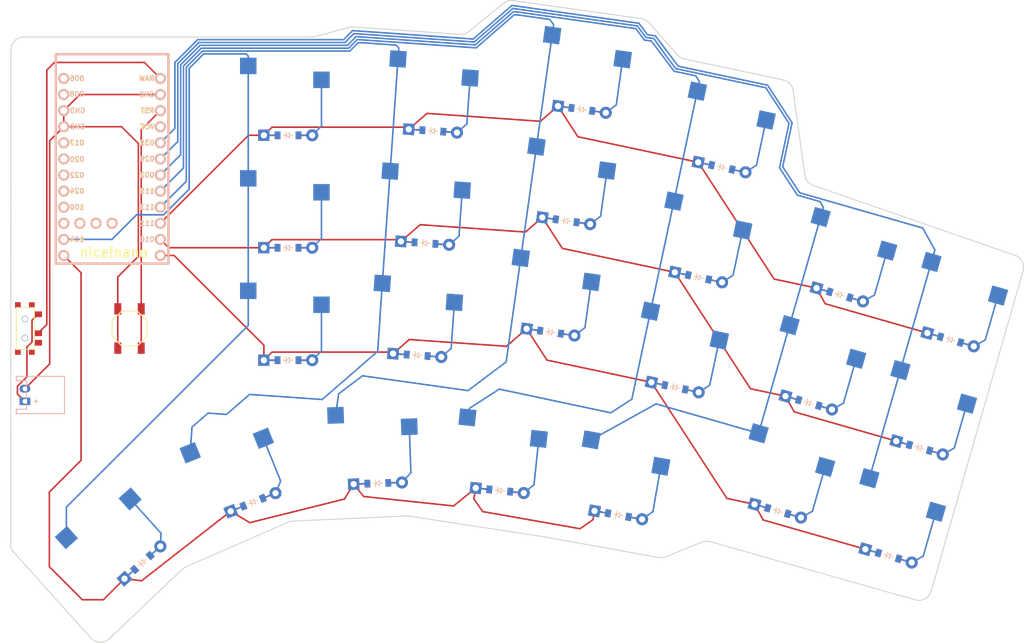
<source format=kicad_pcb>
(kicad_pcb (version 20240108) (generator "pcbnew") (generator_version "8.0")
  (title_block (title "right") (rev "v1.0.0") (company "Unknown"))
  (layers (0 "F.Cu" signal) (31 "B.Cu" signal) (34 "B.Paste" user) (35 "F.Paste" user) (36 "B.SilkS" user "B.Silkscreen") (37 "F.SilkS" user "F.Silkscreen") (38 "B.Mask" user) (39 "F.Mask" user) (44 "Edge.Cuts" user))
  (net 0 "")
  (net 1 "P031")
  (net 2 "mirror_first_bottom")
  (net 3 "mirror_first_home")
  (net 4 "mirror_first_top")
  (net 5 "P029")
  (net 6 "mirror_second_bottom")
  (net 7 "mirror_second_home")
  (net 8 "mirror_second_top")
  (net 9 "P002")
  (net 10 "mirror_third_bottom")
  (net 11 "mirror_third_home")
  (net 12 "mirror_third_top")
  (net 13 "P115")
  (net 14 "mirror_fourth_bottom")
  (net 15 "mirror_fourth_home")
  (net 16 "mirror_fourth_top")
  (net 17 "P113")
  (net 18 "mirror_fifth_bottom")
  (net 19 "mirror_fifth_home")
  (net 20 "mirror_fifth_top")
  (net 21 "P104")
  (net 22 "mirror_sixth_bottom")
  (net 23 "mirror_sixth_home")
  (net 24 "mirror_sixth_top")
  (net 25 "mirror_first_only")
  (net 26 "mirror_second_only")
  (net 27 "mirror_third_only")
  (net 28 "mirror_fourth_only")
  (net 29 "mirror_fifth_only")
  (net 30 "P009")
  (net 31 "P010")
  (net 32 "P111")
  (net 33 "P106")
  (net 34 "RAW")
  (net 35 "GND")
  (net 36 "RST")
  (net 37 "VCC")
  (net 38 "P006")
  (net 39 "P008")
  (net 40 "P017")
  (net 41 "P020")
  (net 42 "P022")
  (net 43 "P024")
  (net 44 "P100")
  (net 45 "P011")
  (net 46 "P101")
  (net 47 "P102")
  (net 48 "P107")
  (net 49 "pos")
  (footprint "E73:SPDT_C128955" (layer "F.Cu") (at 146.468975 132.411395 90)
    (property "Reference" "T1" (hide yes))
    (property "Value" "" (hide yes))
  )
  (footprint "E73:SW_TACT_ALPS_SKQGABE010" (layer "F.Cu") (at 162.968982 132.411396 90)
    (property "Reference" "B1" (hide yes))
    (property "Value" "" (hide yes))
  )
  (footprint "PG1350" (layer "F.Cu") (at 232.033462 92.46225 -8)
    (property "Reference" "S12" (hide yes))
    (property "Value" "" (hide yes))
  )
  (footprint "PG1350" (layer "F.Cu") (at 247.109605 136.176005 -12)
    (property "Reference" "S7" (hide yes))
    (property "Value" "" (hide yes))
  )
  (footprint "PG1350" (layer "F.Cu") (at 237.968977 156.411398 -10)
    (property "Reference" "S19" (hide yes))
    (property "Value" "" (hide yes))
  )
  (footprint "JST_PH_S2B-PH-K_02x2.00mm_Angled" (layer "F.Cu") (at 146.468975 142.911395 90)
    (property "Reference" "JST1" (hide yes))
    (property "Value" "" (hide yes))
  )
  (footprint "PG1350" (layer "F.Cu") (at 177.806818 156.308334 22)
    (property "Reference" "S22" (hide yes))
    (property "Value" "" (hide yes))
  )
  (footprint "ComboDiode" (layer "F.Cu") (at 209.573069 118.930907 -4)
    (property "Reference" "D14" (hide yes))
    (property "Value" "" (hide yes))
  )
  (footprint "ComboDiode" (layer "F.Cu") (at 274.980981 127.079411 -16)
    (property "Reference" "D6" (hide yes))
    (property "Value" "" (hide yes))
  )
  (footprint "PG1350" (layer "F.Cu") (at 250.800045 118.813887 -12)
    (property "Reference" "S8" (hide yes))
    (property "Value" "" (hide yes))
  )
  (footprint "PG1350" (layer "F.Cu") (at 268.582825 138.508589 -16)
    (property "Reference" "S5" (hide yes))
    (property "Value" "" (hide yes))
  )
  (footprint "ComboDiode" (layer "F.Cu") (at 202.125566 156.839 2)
    (property "Reference" "D21" (hide yes))
    (property "Value" "" (hide yes))
  )
  (footprint "PG1350" (layer "F.Cu") (at 263.690255 155.570984 -16)
    (property "Reference" "S4" (hide yes))
    (property "Value" "" (hide yes))
  )
  (footprint "ComboDiode" (layer "F.Cu") (at 265.195854 161.204204 -16)
    (property "Reference" "D4" (hide yes))
    (property "Value" "" (hide yes))
  )
  (footprint "ComboDiode" (layer "F.Cu") (at 292.453365 134.170137 -16)
    (property "Reference" "D3" (hide yes))
    (property "Value" "" (hide yes))
  )
  (footprint "ComboDiode" (layer "F.Cu") (at 187.968973 119.661394)
    (property "Reference" "D17" (hide yes))
    (property "Value" "" (hide yes))
  )
  (footprint "ComboDiode" (layer "F.Cu") (at 221.359781 157.981816 -6)
    (property "Reference" "D20" (hide yes))
    (property "Value" "" (hide yes))
  )
  (footprint "PG1350" (layer "F.Cu") (at 184.96898 96.911394)
    (property "Reference" "S18" (hide yes))
    (property "Value" "" (hide yes))
  )
  (footprint "PG1350" (layer "F.Cu") (at 198.952897 151.946749 2)
    (property "Reference" "S21" (hide yes))
    (property "Value" "" (hide yes))
  )
  (footprint "ComboDiode" (layer "F.Cu") (at 234.308402 97.831107 -8)
    (property "Reference" "D12" (hide yes))
    (property "Value" "" (hide yes))
  )
  (footprint "PG1350" (layer "F.Cu") (at 229.563139 110.039513 -8)
    (property "Reference" "S11" (hide yes))
    (property "Value" "" (hide yes))
  )
  (footprint "nice_nano" (layer "F.Cu") (at 160.218974 106.911398 -90)
    (property "Reference" "MCU1" (hide yes))
    (property "Value" "nice_nano" (hide yes))
  )
  (footprint "ComboDiode" (layer "F.Cu") (at 229.367756 132.985625 -8)
    (property "Reference" "D10" (hide yes))
    (property "Value" "" (hide yes))
  )
  (footprint "ComboDiode" (layer "F.Cu") (at 165.00284 169.347605 42)
    (property "Reference" "D23" (hide yes))
    (property "Value" "" (hide yes))
  )
  (footprint "ComboDiode" (layer "F.Cu") (at 182.461401 159.820434 22)
    (property "Reference" "D22" (hide yes))
    (property "Value" "" (hide yes))
  )
  (footprint "ComboDiode" (layer "F.Cu") (at 231.838083 115.408369 -8)
    (property "Reference" "D11" (hide yes))
    (property "Value" "" (hide yes))
  )
  (footprint "ComboDiode" (layer "F.Cu") (at 256.385359 106.966235 -12)
    (property "Reference" "D9" (hide yes))
    (property "Value" "" (hide yes))
  )
  (footprint "PG1350" (layer "F.Cu") (at 218.898853 152.695619 -6)
    (property "Reference" "S20" (hide yes))
    (property "Value" "" (hide yes))
  )
  (footprint "PG1350" (layer "F.Cu") (at 184.968979 132.411398)
    (property "Reference" "S16" (hide yes))
    (property "Value" "" (hide yes))
  )
  (footprint "PG1350" (layer "F.Cu") (at 206.929155 113.733815 -4)
    (property "Reference" "S14" (hide yes))
    (property "Value" "" (hide yes))
  )
  (footprint "PG1350" (layer "F.Cu") (at 205.690982 131.440585 -4)
    (property "Reference" "S13" (hide yes))
    (property "Value" "" (hide yes))
  )
  (footprint "ComboDiode" (layer "F.Cu") (at 287.560802 151.232532 -16)
    (property "Reference" "D2" (hide yes))
    (property "Value" "" (hide yes))
  )
  (footprint "PG1350" (layer "F.Cu") (at 286.055204 145.59931 -16)
    (property "Reference" "S2" (hide yes))
    (property "Value" "" (hide yes))
  )
  (footprint "ComboDiode" (layer "F.Cu") (at 210.811243 101.224146 -4)
    (property "Reference" "D15" (hide yes))
    (property "Value" "" (hide yes))
  )
  (footprint "ComboDiode" (layer "F.Cu") (at 240.05516 161.856379 -10)
    (property "Reference" "D19" (hide yes))
    (property "Value" "" (hide yes))
  )
  (footprint "ComboDiode" (layer "F.Cu") (at 252.694925 124.328363 -12)
    (property "Reference" "D8" (hide yes))
    (property "Value" "" (hide yes))
  )
  (footprint "PG1350" (layer "F.Cu") (at 254.490479 101.451767 -12)
    (property "Reference" "S9" (hide yes))
    (property "Value" "" (hide yes))
  )
  (footprint "ComboDiode" (layer "F.Cu") (at 187.968974 101.911394)
    (property "Reference" "D18" (hide yes))
    (property "Value" "" (hide yes))
  )
  (footprint "PG1350" (layer "F.Cu") (at 159.427758 167.639275 42)
    (property "Reference" "S23" (hide yes))
    (property "Value" "" (hide yes))
  )
  (footprint "PG1350" (layer "F.Cu") (at 281.162641 162.66171 -16)
    (property "Reference" "S1" (hide yes))
    (property "Value" "" (hide yes))
  )
  (footprint "ComboDiode" (layer "F.Cu") (at 187.968976 137.411393)
    (property "Reference" "D16" (hide yes))
    (property "Value" "" (hide yes))
  )
  (footprint "PG1350" (layer "F.Cu") (at 208.167338 96.027056 -4)
    (property "Reference" "S15" (hide yes))
    (property "Value" "" (hide yes))
  )
  (footprint "PG1350" (layer "F.Cu") (at 184.968978 114.661387)
    (property "Reference" "S17" (hide yes))
    (property "Value" "" (hide yes))
  )
  (footprint "PG1350" (layer "F.Cu") (at 290.947765 128.536917 -16)
    (property "Reference" "S3" (hide yes))
    (property "Value" "" (hide yes))
  )
  (footprint "ComboDiode" (layer "F.Cu") (at 270.088418 144.141808 -16)
    (property "Reference" "D5" (hide yes))
    (property "Value" "" (hide yes))
  )
  (footprint "ComboDiode" (layer "F.Cu") (at 208.334887 136.637669 -4)
    (property "Reference" "D13" (hide yes))
    (property "Value" "" (hide yes))
  )
  (footprint "PG1350" (layer "F.Cu") (at 273.475387 121.446194 -16)
    (property "Reference" "S6" (hide yes))
    (property "Value" "" (hide yes))
  )
  (footprint "ComboDiode" (layer "F.Cu") (at 282.668241 168.294932 -16)
    (property "Reference" "D1" (hide yes))
    (property "Value" "" (hide yes))
  )
  (footprint "ComboDiode" (layer "F.Cu") (at 249.004494 141.690483 -12)
    (property "Reference" "D7" (hide yes))
    (property "Value" "" (hide yes))
  )
  (footprint "PG1350" (layer "F.Cu") (at 227.092817 127.61676 -8)
    (property "Reference" "S10" (hide yes))
    (property "Value" "" (hide yes))
  )
  (gr_arc (start 206.66364 161.997217) (mid 206.861041 161.998066) (end 207.057397 162.018364) (stroke (width 0.15)) (layer "Edge.Cuts"))
  (gr_line (start 249.389853 89.233634) (end 244.876355 84.146113) (stroke (width 0.15)) (layer "Edge.Cuts"))
  (gr_line (start 159.76842 181.383402) (end 171.285867 170.407724) (stroke (width 0.15)) (layer "Edge.Cuts"))
  (gr_arc (start 289.392088 173.869724) (mid 288.441588 175.066351) (end 286.923579 175.242483) (stroke (width 0.15)) (layer "Edge.Cuts"))
  (gr_arc (start 144.741397 167.767665) (mid 144.360342 167.145657) (end 144.227689 166.428371) (stroke (width 0.15)) (layer "Edge.Cuts"))
  (gr_line (start 197.599085 84.874693) (end 192.22745 86.340817) (stroke (width 0.15)) (layer "Edge.Cuts"))
  (gr_line (start 207.057397 162.018364) (end 228.60448 165.328043) (stroke (width 0.15)) (layer "Edge.Cuts"))
  (gr_arc (start 159.768421 181.383398) (mid 158.312251 181.93408) (end 156.902381 181.27381) (stroke (width 0.15)) (layer "Edge.Cuts"))
  (gr_arc (start 228.60448 165.328043) (mid 228.631263 165.332343) (end 228.657985 165.337005) (stroke (width 0.15)) (layer "Edge.Cuts"))
  (gr_arc (start 243.658615 83.492861) (mid 244.3257 83.710969) (end 244.876355 84.146113) (stroke (width 0.15)) (layer "Edge.Cuts"))
  (gr_arc (start 247.516568 168.443631) (mid 246.970063 168.57986) (end 246.407246 168.558324) (stroke (width 0.15)) (layer "Edge.Cuts"))
  (gr_arc (start 171.285867 170.407722) (mid 171.558246 170.190128) (end 171.864272 170.023137) (stroke (width 0.15)) (layer "Edge.Cuts"))
  (gr_line (start 302.626157 120.855424) (end 270.798938 109.824886) (stroke (width 0.15)) (layer "Edge.Cuts"))
  (gr_line (start 266.060243 93.176422) (end 250.470121 89.862642) (stroke (width 0.15)) (layer "Edge.Cuts"))
  (gr_arc (start 216.497335 85.537158) (mid 215.836558 85.896007) (end 215.089972 85.985497) (stroke (width 0.15)) (layer "Edge.Cuts"))
  (gr_line (start 215.089972 85.985497) (end 198.265212 84.80899) (stroke (width 0.15)) (layer "Edge.Cuts"))
  (gr_line (start 243.658615 83.492863) (end 223.469994 80.65554) (stroke (width 0.15)) (layer "Edge.Cuts"))
  (gr_line (start 254.534161 166.051319) (end 286.923579 175.242483) (stroke (width 0.15)) (layer "Edge.Cuts"))
  (gr_line (start 188.697032 162.807506) (end 206.66364 161.997217) (stroke (width 0.15)) (layer "Edge.Cuts"))
  (gr_arc (start 187.985795 162.97303) (mid 188.333795 162.857531) (end 188.697032 162.807506) (stroke (width 0.15)) (layer "Edge.Cuts"))
  (gr_arc (start 250.47012 89.862643) (mid 249.879579 89.634708) (end 249.389853 89.233634) (stroke (width 0.15)) (layer "Edge.Cuts"))
  (gr_arc (start 302.626157 120.855424) (mid 303.746168 121.823433) (end 303.893746 123.296421) (stroke (width 0.15)) (layer "Edge.Cuts"))
  (gr_arc (start 266.06024 93.176419) (mid 267.108586 93.770282) (end 267.625544 94.858607) (stroke (width 0.15)) (layer "Edge.Cuts"))
  (gr_arc (start 192.227452 86.340818) (mid 191.966502 86.39367) (end 191.700844 86.411398) (stroke (width 0.15)) (layer "Edge.Cuts"))
  (gr_line (start 144.267947 88.410362) (end 144.227689 166.428371) (stroke (width 0.15)) (layer "Edge.Cuts"))
  (gr_arc (start 253.235997 166.122183) (mid 253.87916 165.978322) (end 254.534161 166.051319) (stroke (width 0.15)) (layer "Edge.Cuts"))
  (gr_line (start 228.657985 165.337005) (end 246.407246 168.558324) (stroke (width 0.15)) (layer "Edge.Cuts"))
  (gr_line (start 269.472745 108.209271) (end 267.625544 94.858607) (stroke (width 0.15)) (layer "Edge.Cuts"))
  (gr_line (start 191.700844 86.411398) (end 146.267942 86.411392) (stroke (width 0.15)) (layer "Edge.Cuts"))
  (gr_arc (start 221.923801 81.089282) (mid 222.651452 80.710409) (end 223.469994 80.65554) (stroke (width 0.15)) (layer "Edge.Cuts"))
  (gr_line (start 144.741397 167.767665) (end 156.902381 181.27381) (stroke (width 0.15)) (layer "Edge.Cuts"))
  (gr_line (start 221.923801 81.089283) (end 216.497334 85.537158) (stroke (width 0.15)) (layer "Edge.Cuts"))
  (gr_arc (start 197.599086 84.874695) (mid 197.929381 84.813777) (end 198.265212 84.80899) (stroke (width 0.15)) (layer "Edge.Cuts"))
  (gr_line (start 247.516568 168.443631) (end 253.235997 166.122183) (stroke (width 0.15)) (layer "Edge.Cuts"))
  (gr_arc (start 270.798938 109.824886) (mid 269.90799 109.204114) (end 269.472745 108.209271) (stroke (width 0.15)) (layer "Edge.Cuts"))
  (gr_line (start 289.392088 173.869724) (end 303.893746 123.296421) (stroke (width 0.15)) (layer "Edge.Cuts"))
  (gr_line (start 171.864272 170.023137) (end 187.985791 162.973033) (stroke (width 0.15)) (layer "Edge.Cuts"))
  (gr_arc (start 144.267949 88.410364) (mid 144.854098 86.996822) (end 146.267942 86.411392) (stroke (width 0.15)) (layer "Edge.Cuts"))
  (segment (start 198.183596 85.398033) (end 214.144622 86.514137) (width 0.25) (layer "B.Cu") (net 1))
  (segment (start 289.985521 120.011089) (end 289.439674 121.914697) (width 0.25) (layer "B.Cu") (net 1))
  (segment (start 173.72888 86.81838) (end 196.72888 86.818379) (width 0.25) (layer "B.Cu") (net 1))
  (segment (start 267.455839 99.944132) (end 266.000458 106.791169) (width 0.25) (layer "B.Cu") (net 1))
  (segment (start 284.547115 138.977093) (end 279.654553 156.039485) (width 0.25) (layer "B.Cu") (net 1))
  (segment (start 288.071202 116.557561) (end 289.985521 120.011089) (width 0.25) (layer "B.Cu") (net 1))
  (segment (start 170.12888 90.418379) (end 173.72888 86.81838) (width 0.25) (layer "B.Cu") (net 1))
  (segment (start 198.149223 85.398034) (end 198.183596 85.398033) (width 0.25) (layer "B.Cu") (net 1))
  (segment (start 268.653718 110.989689) (end 288.071202 116.557561) (width 0.25) (layer "B.Cu") (net 1))
  (segment (start 289.439675 121.914699) (end 284.547115 138.977093) (width 0.25) (layer "B.Cu") (net 1))
  (segment (start 244.663446 86.042448) (end 245.899447 86.216155) (width 0.25) (layer "B.Cu") (net 1))
  (segment (start 214.144622 86.514137) (end 217.175036 86.726046) (width 0.25) (layer "B.Cu") (net 1))
  (segment (start 223.29828 81.424045) (end 243.301693 84.23534) (width 0.25) (layer "B.Cu") (net 1))
  (segment (start 249.519334 91.01991) (end 263.604659 94.013834) (width 0.25) (layer "B.Cu") (net 1))
  (segment (start 265.982382 106.876196) (end 268.653718 110.989689) (width 0.25) (layer "B.Cu") (net 1))
  (segment (start 170.12888 100.811487) (end 170.12888 90.418379) (width 0.25) (layer "B.Cu") (net 1))
  (segment (start 266.000458 106.791169) (end 265.982382 106.876196) (width 0.25) (layer "B.Cu") (net 1))
  (segment (start 196.72888 86.818379) (end 198.149223 85.398034) (width 0.25) (layer "B.Cu") (net 1))
  (segment (start 245.899447 86.216155) (end 249.519334 91.01991) (width 0.25) (layer "B.Cu") (net 1))
  (segment (start 167.838971 103.101397) (end 170.12888 100.811487) (width 0.25) (layer "B.Cu") (net 1))
  (segment (start 243.301693 84.23534) (end 244.663446 86.042448) (width 0.25) (layer "B.Cu") (net 1))
  (segment (start 223.276077 81.422492) (end 223.29828 81.424045) (width 0.25) (layer "B.Cu") (net 1))
  (segment (start 217.175036 86.726046) (end 223.276077 81.422492) (width 0.25) (layer "B.Cu") (net 1))
  (segment (start 263.604659 94.013834) (end 267.455839 99.944132) (width 0.25) (layer "B.Cu") (net 1))
  (segment (start 286.330649 169.345106) (end 284.254323 168.749731) (width 0.25) (layer "F.Cu") (net 2))
  (segment (start 286.330649 169.345106) (end 284.254323 168.749731) (width 0.25) (layer "B.Cu") (net 2))
  (segment (start 290.150724 161.337874) (end 288.142705 168.340667) (width 0.25) (layer "B.Cu") (net 2))
  (segment (start 288.142705 168.340667) (end 286.330649 169.345106) (width 0.25) (layer "B.Cu") (net 2))
  (segment (start 291.223211 152.282706) (end 289.146887 151.687331) (width 0.25) (layer "F.Cu") (net 3))
  (segment (start 293.035271 151.278266) (end 291.223211 152.282706) (width 0.25) (layer "B.Cu") (net 3))
  (segment (start 291.223211 152.282706) (end 289.146887 151.687331) (width 0.25) (layer "B.Cu") (net 3))
  (segment (start 295.043283 144.275477) (end 293.035271 151.278266) (width 0.25) (layer "B.Cu") (net 3))
  (segment (start 296.115775 135.220318) (end 294.039452 134.624942) (width 0.25) (layer "F.Cu") (net 4))
  (segment (start 297.92783 134.215869) (end 296.115775 135.220318) (width 0.25) (layer "B.Cu") (net 4))
  (segment (start 299.935848 127.213079) (end 297.92783 134.215869) (width 0.25) (layer "B.Cu") (net 4))
  (segment (start 296.115775 135.220318) (end 294.039452 134.624942) (width 0.25) (layer "B.Cu") (net 4))
  (segment (start 198.351719 85.860889) (end 196.94423 87.26838) (width 0.25) (layer "B.Cu") (net 5))
  (segment (start 268.30199 111.373858) (end 265.988176 107.810897) (width 0.25) (layer "B.Cu") (net 5))
  (segment (start 266.475103 102.393756) (end 266.976919 100.032894) (width 0.25) (layer "B.Cu") (net 5))
  (segment (start 271.967297 114.823977) (end 267.074731 131.886367) (width 0.25) (layer "B.Cu") (net 5))
  (segment (start 263.328775 94.415248) (end 251.186438 91.834314) (width 0.25) (layer "B.Cu") (net 5))
  (segment (start 170.578879 90.604775) (end 170.57888 102.901491) (width 0.25) (layer "B.Cu") (net 5))
  (segment (start 219.904921 84.949251) (end 217.329589 87.187952) (width 0.25) (layer "B.Cu") (net 5))
  (segment (start 196.94423 87.26838) (end 173.915274 87.268379) (width 0.25) (layer "B.Cu") (net 5))
  (segment (start 265.614988 97.935707) (end 263.328775 94.415248) (width 0.25) (layer "B.Cu") (net 5))
  (segment (start 223.433706 81.8975) (end 223.416909 81.896326) (width 0.25) (layer "B.Cu") (net 5))
  (segment (start 249.248814 91.422461) (end 249.243449 91.421321) (width 0.25) (layer "B.Cu") (net 5))
  (segment (start 247.421043 89.14317) (end 249.117589 91.394565) (width 0.25) (layer "B.Cu") (net 5))
  (segment (start 244.416236 86.462125) (end 244.191885 86.164401) (width 0.25) (layer "B.Cu") (net 5))
  (segment (start 244.996925 86.543736) (end 244.416236 86.462125) (width 0.25) (layer "B.Cu") (net 5))
  (segment (start 251.186438 91.834314) (end 249.248814 91.422461) (width 0.25) (layer "B.Cu") (net 5))
  (segment (start 265.988176 107.810897) (end 265.487521 107.03996) (width 0.25) (layer "B.Cu") (net 5))
  (segment (start 245.652236 86.635836) (end 244.996925 86.543736) (width 0.25) (layer "B.Cu") (net 5))
  (segment (start 262.182167 148.948766) (end 246.00922 144.311242) (width 0.25) (layer "B.Cu") (net 5))
  (segment (start 170.57888 102.901491) (end 167.838971 105.641398) (width 0.25) (layer "B.Cu") (net 5))
  (segment (start 267.074731 131.886367) (end 262.182167 148.948766) (width 0.25) (layer "B.Cu") (net 5))
  (segment (start 242.446852 84.569624) (end 223.433706 81.8975) (width 0.25) (layer "B.Cu") (net 5))
  (segment (start 244.191885 86.164401) (end 243.054486 84.65502) (width 0.25) (layer "B.Cu") (net 5))
  (segment (start 217.329589 87.187952) (end 200.147333 85.98645) (width 0.25) (layer "B.Cu") (net 5))
  (segment (start 270.836709 112.083788) (end 268.529679 111.422255) (width 0.25) (layer "B.Cu") (net 5))
  (segment (start 271.864959 112.378632) (end 270.836709 112.083788) (width 0.25) (layer "B.Cu") (net 5))
  (segment (start 266.976919 100.032894) (end 265.614988 97.935707) (width 0.25) (layer "B.Cu") (net 5))
  (segment (start 223.416909 81.896326) (end 219.904921 84.949251) (width 0.25) (layer "B.Cu") (net 5))
  (segment (start 268.529679 111.422255) (end 268.30199 111.373858) (width 0.25) (layer "B.Cu") (net 5))
  (segment (start 200.147333 85.98645) (end 198.351719 85.860889) (width 0.25) (layer "B.Cu") (net 5))
  (segment (start 245.943593 87.033155) (end 247.421043 89.14317) (width 0.25) (layer "B.Cu") (net 5))
  (segment (start 173.915274 87.268379) (end 170.578879 90.604775) (width 0.25) (layer "B.Cu") (net 5))
  (segment (start 246.00922 144.311242) (end 235.776944 149.983089) (width 0.25) (layer "B.Cu") (net 5))
  (segment (start 265.487521 107.03996) (end 266.475103 102.393756) (width 0.25) (layer "B.Cu") (net 5))
  (segment (start 245.945118 87.024503) (end 245.943593 87.033155) (width 0.25) (layer "B.Cu") (net 5))
  (segment (start 243.054486 84.65502) (end 242.446852 84.569624) (width 0.25) (layer "B.Cu") (net 5))
  (segment (start 272.394532 113.334017) (end 271.864959 112.378632) (width 0.25) (layer "B.Cu") (net 5))
  (segment (start 245.945118 87.024503) (end 245.652236 86.635836) (width 0.25) (layer "B.Cu") (net 5))
  (segment (start 249.117589 91.394565) (end 249.248814 91.422458) (width 0.25) (layer "B.Cu") (net 5))
  (segment (start 271.967298 114.823973) (end 272.394532 113.334017) (width 0.25) (layer "B.Cu") (net 5))
  (segment (start 268.858266 162.254382) (end 266.78194 161.659004) (width 0.25) (layer "F.Cu") (net 6))
  (segment (start 270.670324 161.249943) (end 268.858266 162.254382) (width 0.25) (layer "B.Cu") (net 6))
  (segment (start 272.678342 154.247152) (end 270.670324 161.249943) (width 0.25) (layer "B.Cu") (net 6))
  (segment (start 266.78194 161.659004) (end 268.858266 162.254382) (width 0.25) (layer "B.Cu") (net 6))
  (segment (start 273.750828 145.191984) (end 271.674502 144.596608) (width 0.25) (layer "F.Cu") (net 7))
  (segment (start 277.570903 137.184754) (end 275.562886 144.187552) (width 0.25) (layer "B.Cu") (net 7))
  (segment (start 273.750828 145.191984) (end 271.674502 144.596608) (width 0.25) (layer "B.Cu") (net 7))
  (segment (start 275.562886 144.187552) (end 273.750828 145.191984) (width 0.25) (layer "B.Cu") (net 7))
  (segment (start 278.643395 128.129589) (end 276.567067 127.534216) (width 0.25) (layer "F.Cu") (net 8))
  (segment (start 278.643395 128.129589) (end 276.567067 127.534216) (width 0.25) (layer "B.Cu") (net 8))
  (segment (start 280.455448 127.125153) (end 278.643395 128.129589) (width 0.25) (layer "B.Cu") (net 8))
  (segment (start 282.463464 120.12236) (end 280.455448 127.125153) (width 0.25) (layer "B.Cu") (net 8))
  (segment (start 248.833683 112.312999) (end 245.143253 129.675121) (width 0.25) (layer "B.Cu") (net 9))
  (segment (start 242.191276 143.563096) (end 238.874079 145.717308) (width 0.25) (layer "B.Cu") (net 9))
  (segment (start 243.515203 86.014152) (end 243.213907 85.614319) (width 0.25) (layer "B.Cu") (net 9))
  (segment (start 223.926566 82.42119) (end 223.530866 82.393519) (width 0.25) (layer "B.Cu") (net 9))
  (segment (start 252.524114 94.950881) (end 248.833683 112.312999) (width 0.25) (layer "B.Cu") (net 9))
  (segment (start 208.894507 87.049213) (end 198.719353 86.337696) (width 0.25) (layer "B.Cu") (net 9))
  (segment (start 237.057515 84.266625) (end 223.926566 82.42119) (width 0.25) (layer "B.Cu") (net 9))
  (segment (start 239.176693 84.564456) (end 237.057515 84.266625) (width 0.25) (layer "B.Cu") (net 9))
  (segment (start 252.266656 92.523976) (end 249.136581 91.858656) (width 0.25) (layer "B.Cu") (net 9))
  (segment (start 249.136581 91.858656) (end 248.901344 91.808656) (width 0.25) (layer "B.Cu") (net 9))
  (segment (start 171.028879 104.991492) (end 167.838974 108.181398) (width 0.25) (layer "B.Cu") (net 9))
  (segment (start 244.169028 86.881805) (end 243.515203 86.014152) (width 0.25) (layer "B.Cu") (net 9))
  (segment (start 248.901344 91.808656) (end 248.862002 91.803126) (width 0.25) (layer "B.Cu") (net 9))
  (segment (start 238.874079 145.717308) (end 221.267424 141.974886) (width 0.25) (layer "B.Cu") (net 9))
  (segment (start 245.629136 87.512966) (end 245.270135 87.036556) (width 0.25) (layer "B.Cu") (net 9))
  (segment (start 252.849278 93.421132) (end 252.266656 92.523976) (width 0.25) (layer "B.Cu") (net 9))
  (segment (start 197.338672 87.718378) (end 174.101671 87.71838) (width 0.25) (layer "B.Cu") (net 9))
  (segment (start 242.807276 85.074702) (end 239.176693 84.564456) (width 0.25) (layer "B.Cu") (net 9))
  (segment (start 220.733807 84.824966) (end 217.484139 87.64986) (width 0.25) (layer "B.Cu") (net 9))
  (segment (start 252.524119 94.950878) (end 252.849278 93.421132) (width 0.25) (layer "B.Cu") (net 9))
  (segment (start 248.862002 91.803126) (end 245.629136 87.512966) (width 0.25) (layer "B.Cu") (net 9))
  (segment (start 244.895623 86.983923) (end 244.169028 86.881805) (width 0.25) (layer "B.Cu") (net 9))
  (segment (start 216.562509 145.0303) (end 216.263741 146.435887) (width 0.25) (layer "B.Cu") (net 9))
  (segment (start 245.143253 129.675121) (end 242.191276 143.563096) (width 0.25) (layer "B.Cu") (net 9))
  (segment (start 217.484139 87.64986) (end 208.894507 87.049213) (width 0.25) (layer "B.Cu") (net 9))
  (segment (start 171.02888 90.79117) (end 171.028879 104.991492) (width 0.25) (layer "B.Cu") (net 9))
  (segment (start 221.267424 141.974886) (end 216.562509 145.0303) (width 0.25) (layer "B.Cu") (net 9))
  (segment (start 243.213907 85.614319) (end 242.807276 85.074702) (width 0.25) (layer "B.Cu") (net 9))
  (segment (start 174.101671 87.71838) (end 171.02888 90.79117) (width 0.25) (layer "B.Cu") (net 9))
  (segment (start 245.270135 87.036556) (end 244.895623 86.983923) (width 0.25) (layer "B.Cu") (net 9))
  (segment (start 223.530866 82.393519) (end 220.733807 84.824966) (width 0.25) (layer "B.Cu") (net 9))
  (segment (start 198.719353 86.337696) (end 197.338672 87.718378) (width 0.25) (layer "B.Cu") (net 9))
  (segment (start 252.731242 142.482629) (end 250.618441 142.033536) (width 0.25) (layer "F.Cu") (net 10))
  (segment (start 255.983445 134.228427) (end 254.468817 141.354231) (width 0.25) (layer "B.Cu") (net 10))
  (segment (start 252.731242 142.482629) (end 250.618441 142.033536) (width 0.25) (layer "B.Cu") (net 10))
  (segment (start 254.468817 141.354231) (end 252.731242 142.482629) (width 0.25) (layer "B.Cu") (net 10))
  (segment (start 254.308866 124.671408) (end 256.421671 125.120506) (width 0.25) (layer "F.Cu") (net 11))
  (segment (start 256.421671 125.120506) (end 254.308866 124.671408) (width 0.25) (layer "B.Cu") (net 11))
  (segment (start 259.673884 116.866302) (end 258.159242 123.992106) (width 0.25) (layer "B.Cu") (net 11))
  (segment (start 258.159242 123.992106) (end 256.421671 125.120506) (width 0.25) (layer "B.Cu") (net 11))
  (segment (start 260.112099 107.75839) (end 257.999303 107.309298) (width 0.25) (layer "F.Cu") (net 12))
  (segment (start 263.36432 99.504186) (end 261.849681 106.629992) (width 0.25) (layer "B.Cu") (net 12))
  (segment (start 260.112099 107.75839) (end 257.999303 107.309298) (width 0.25) (layer "B.Cu") (net 12))
  (segment (start 261.849681 106.629992) (end 260.112099 107.75839) (width 0.25) (layer "B.Cu") (net 12))
  (segment (start 216.045577 88.000363) (end 201.880167 87.009821) (width 0.25) (layer "B.Cu") (net 13))
  (segment (start 229.239299 83.622268) (end 228.221116 83.479169) (width 0.25) (layer "B.Cu") (net 13))
  (segment (start 228.221116 83.479169) (end 224.260046 82.922479) (width 0.25) (layer "B.Cu") (net 13))
  (segment (start 217.638692 88.111765) (end 216.045577 88.000363) (width 0.25) (layer "B.Cu") (net 13))
  (segment (start 171.478879 90.977567) (end 171.478879 107.081487) (width 0.25) (layer "B.Cu") (net 13))
  (segment (start 227.148095 103.691616) (end 224.677773 121.268876) (width 0.25) (layer "B.Cu") (net 13))
  (segment (start 224.260046 82.922479) (end 223.656807 82.880295) (width 0.25) (layer "B.Cu") (net 13))
  (segment (start 229.618413 86.114362) (end 229.854009 84.438015) (width 0.25) (layer "B.Cu") (net 13))
  (segment (start 197.525068 88.168379) (end 174.288068 88.168378) (width 0.25) (layer "B.Cu") (net 13))
  (segment (start 222.203086 84.143998) (end 217.638692 88.111765) (width 0.25) (layer "B.Cu") (net 13))
  (segment (start 223.656807 82.880295) (end 222.203086 84.143998) (width 0.25) (layer "B.Cu") (net 13))
  (segment (start 174.288068 88.168378) (end 171.478879 90.977567) (width 0.25) (layer "B.Cu") (net 13))
  (segment (start 198.892541 86.800906) (end 197.525068 88.168379) (width 0.25) (layer "B.Cu") (net 13))
  (segment (start 229.854009 84.438015) (end 229.239299 83.622268) (width 0.25) (layer "B.Cu") (net 13))
  (segment (start 171.478879 107.081487) (end 167.838973 110.721396) (width 0.25) (layer "B.Cu") (net 13))
  (segment (start 199.286501 86.828454) (end 198.892541 86.800906) (width 0.25) (layer "B.Cu") (net 13))
  (segment (start 195.950393 142.712462) (end 195.472239 146.114661) (width 0.25) (layer "B.Cu") (net 13))
  (segment (start 199.716772 139.874283) (end 195.950393 142.712462) (width 0.25) (layer "B.Cu") (net 13))
  (segment (start 229.61841 86.114359) (end 227.148095 103.691616) (width 0.25) (layer "B.Cu") (net 13))
  (segment (start 224.677773 121.268876) (end 222.371732 137.677162) (width 0.25) (layer "B.Cu") (net 13))
  (segment (start 216.353276 142.212396) (end 199.716772 139.874283) (width 0.25) (layer "B.Cu") (net 13))
  (segment (start 201.880167 87.009821) (end 199.286501 86.828454) (width 0.25) (layer "B.Cu") (net 13))
  (segment (start 222.371732 137.677162) (end 216.353276 142.212396) (width 0.25) (layer "B.Cu") (net 13))
  (segment (start 231.001702 133.215256) (end 231.001701 133.215259) (width 0.25) (layer "F.Cu") (net 14))
  (segment (start 233.140678 133.51587) (end 231.001702 133.215256) (width 0.25) (layer "F.Cu") (net 14))
  (segment (start 231.001701 133.215259) (end 233.140677 133.51587) (width 0.25) (layer "B.Cu") (net 14))
  (segment (start 235.80918 125.054913) (end 234.795308 132.269018) (width 0.25) (layer "B.Cu") (net 14))
  (segment (start 234.795308 132.269018) (end 233.140678 133.51587) (width 0.25) (layer "B.Cu") (net 14))
  (segment (start 233.140677 133.51587) (end 233.140678 133.51587) (width 0.25) (layer "B.Cu") (net 14))
  (segment (start 235.611002 115.938616) (end 233.47202 115.638002) (width 0.25) (layer "F.Cu") (net 15))
  (segment (start 233.47202 115.638002) (end 233.472019 115.638001) (width 0.25) (layer "F.Cu") (net 15))
  (segment (start 238.279512 107.477655) (end 237.265629 114.691756) (width 0.25) (layer "B.Cu") (net 15))
  (segment (start 233.472019 115.638001) (end 235.611001 115.938617) (width 0.25) (layer "B.Cu") (net 15))
  (segment (start 237.265629 114.691756) (end 235.611002 115.938616) (width 0.25) (layer "B.Cu") (net 15))
  (segment (start 235.611001 115.938617) (end 235.611002 115.938616) (width 0.25) (layer "B.Cu") (net 15))
  (segment (start 235.942342 98.060739) (end 235.942342 98.060742) (width 0.25) (layer "F.Cu") (net 16))
  (segment (start 238.081321 98.361356) (end 235.942342 98.060739) (width 0.25) (layer "F.Cu") (net 16))
  (segment (start 235.942342 98.060739) (end 235.942342 98.060742) (width 0.25) (layer "B.Cu") (net 16))
  (segment (start 239.735956 97.114506) (end 238.081321 98.361356) (width 0.25) (layer "B.Cu") (net 16))
  (segment (start 240.749834 89.900399) (end 239.735956 97.114506) (width 0.25) (layer "B.Cu") (net 16))
  (segment (start 238.081321 98.361356) (end 235.942342 98.060739) (width 0.25) (layer "B.Cu") (net 16))
  (segment (start 175.362528 145.763913) (end 172.824458 147.970211) (width 0.25) (layer "B.Cu") (net 17))
  (segment (start 172.824458 147.970211) (end 172.541377 152.018431) (width 0.25) (layer "B.Cu") (net 17))
  (segment (start 199.024581 87.30526) (end 197.711464 88.618378) (width 0.25) (layer "B.Cu") (net 17))
  (segment (start 197.711464 88.618378) (end 174.474463 88.618378) (width 0.25) (layer "B.Cu") (net 17))
  (segment (start 171.92888 91.163963) (end 171.928879 109.171486) (width 0.25) (layer "B.Cu") (net 17))
  (segment (start 178.269764 145.967199) (end 175.362528 145.763913) (width 0.25) (layer "B.Cu") (net 17))
  (segment (start 204.077187 107.569859) (end 204.068566 107.693171) (width 0.25) (layer "B.Cu") (net 17))
  (segment (start 202.476387 130.742902) (end 202.108366 136.005823) (width 0.25) (layer "B.Cu") (net 17))
  (segment (start 199.654137 87.305261) (end 199.024581 87.30526) (width 0.25) (layer "B.Cu") (net 17))
  (segment (start 204.06856 107.69317) (end 202.839012 125.276623) (width 0.25) (layer "B.Cu") (net 17))
  (segment (start 202.458224 130.722013) (end 202.476387 130.742902) (width 0.25) (layer "B.Cu") (net 17))
  (segment (start 205.436102 88.136478) (end 205.040982 87.681943) (width 0.25) (layer "B.Cu") (net 17))
  (segment (start 174.474463 88.618378) (end 171.92888 91.163963) (width 0.25) (layer "B.Cu") (net 17))
  (segment (start 181.898656 142.812656) (end 178.269764 145.967199) (width 0.25) (layer "B.Cu") (net 17))
  (segment (start 205.315361 89.863099) (end 204.077187 107.569859) (width 0.25) (layer "B.Cu") (net 17))
  (segment (start 205.040982 87.681943) (end 199.654137 87.305261) (width 0.25) (layer "B.Cu") (net 17))
  (segment (start 202.108366 136.005823) (end 193.356342 143.613853) (width 0.25) (layer "B.Cu") (net 17))
  (segment (start 202.839012 125.276623) (end 202.458224 130.722013) (width 0.25) (layer "B.Cu") (net 17))
  (segment (start 204.068566 107.693171) (end 204.06856 107.69317) (width 0.25) (layer "B.Cu") (net 17))
  (segment (start 205.315364 89.863098) (end 205.436102 88.136478) (width 0.25) (layer "B.Cu") (net 17))
  (segment (start 193.356342 143.613853) (end 181.898656 142.812656) (width 0.25) (layer "B.Cu") (net 17))
  (segment (start 171.928879 109.171486) (end 167.838971 113.261397) (width 0.25) (layer "B.Cu") (net 17))
  (segment (start 212.13561 136.903445) (end 209.980878 136.752767) (width 0.25) (layer "F.Cu") (net 18))
  (segment (start 209.980878 136.752767) (end 209.980873 136.752767) (width 0.25) (layer "F.Cu") (net 18))
  (segment (start 213.69924 135.544201) (end 212.13561 136.903445) (width 0.25) (layer "B.Cu") (net 18))
  (segment (start 212.13561 136.903445) (end 209.980878 136.752767) (width 0.25) (layer "B.Cu") (net 18))
  (segment (start 209.980878 136.752767) (end 209.980873 136.752767) (width 0.25) (layer "B.Cu") (net 18))
  (segment (start 214.207409 128.276951) (end 213.69924 135.544201) (width 0.25) (layer "B.Cu") (net 18))
  (segment (start 211.219053 119.046003) (end 211.219053 119.046005) (width 0.25) (layer "F.Cu") (net 19))
  (segment (start 213.373789 119.19668) (end 211.219053 119.046003) (width 0.25) (layer "F.Cu") (net 19))
  (segment (start 213.373789 119.19668) (end 211.219053 119.046003) (width 0.25) (layer "B.Cu") (net 19))
  (segment (start 215.445581 110.570185) (end 214.937409 117.837437) (width 0.25) (layer "B.Cu") (net 19))
  (segment (start 211.219053 119.046003) (end 211.219053 119.046005) (width 0.25) (layer "B.Cu") (net 19))
  (segment (start 214.937409 117.837437) (end 213.373789 119.19668) (width 0.25) (layer "B.Cu") (net 19))
  (segment (start 212.457227 101.339243) (end 212.457229 101.339245) (width 0.25) (layer "F.Cu") (net 20))
  (segment (start 214.611964 101.489917) (end 212.457227 101.339243) (width 0.25) (layer "F.Cu") (net 20))
  (segment (start 216.68377 92.863425) (end 216.175586 100.130675) (width 0.25) (layer "B.Cu") (net 20))
  (segment (start 214.611964 101.489917) (end 212.457227 101.339243) (width 0.25) (layer "B.Cu") (net 20))
  (segment (start 216.175586 100.130675) (end 214.611964 101.489917) (width 0.25) (layer "B.Cu") (net 20))
  (segment (start 212.457227 101.339243) (end 212.457229 101.339245) (width 0.25) (layer "B.Cu") (net 20))
  (segment (start 181.350965 89.068379) (end 174.660861 89.068379) (width 0.25) (layer "B.Cu") (net 21))
  (segment (start 181.693977 108.71139) (end 181.693976 108.711392) (width 0.25) (layer "B.Cu") (net 21))
  (segment (start 181.69398 126.461392) (end 181.693974 131.920081) (width 0.25) (layer "B.Cu") (net 21))
  (segment (start 174.660861 89.068379) (end 172.378879 91.350359) (width 0.25) (layer "B.Cu") (net 21))
  (segment (start 181.693982 90.961393) (end 181.69398 89.411395) (width 0.25) (layer "B.Cu") (net 21))
  (segment (start 181.693973 90.961401) (end 181.693977 108.71139) (width 0.25) (layer "B.Cu") (net 21))
  (segment (start 160.205863 118.341397) (end 152.598974 118.341396) (width 0.25) (layer "B.Cu") (net 21))
  (segment (start 168.336567 114.462697) (end 164.084562 114.462696) (width 0.25) (layer "B.Cu") (net 21))
  (segment (start 153.012635 160.601428) (end 153.01263 165.408963) (width 0.25) (layer "B.Cu") (net 21))
  (segment (start 181.693976 108.711392) (end 181.693976 126.461392) (width 0.25) (layer "B.Cu") (net 21))
  (segment (start 172.378879 91.350359) (end 172.37888 110.420385) (width 0.25) (layer "B.Cu") (net 21))
  (segment (start 181.69398 89.411395) (end 181.350965 89.068379) (width 0.25) (layer "B.Cu") (net 21))
  (segment (start 164.084562 114.462696) (end 160.205863 118.341397) (width 0.25) (layer "B.Cu") (net 21))
  (segment (start 172.37888 110.420385) (end 168.336567 114.462697) (width 0.25) (layer "B.Cu") (net 21))
  (segment (start 181.693976 126.461392) (end 181.69398 126.461392) (width 0.25) (layer "B.Cu") (net 21))
  (segment (start 181.693974 131.920081) (end 153.012635 160.601428) (width 0.25) (layer "B.Cu") (net 21))
  (segment (start 189.618978 137.411393) (end 189.618977 137.411393) (width 0.25) (layer "F.Cu") (net 22))
  (segment (start 191.778975 137.41139) (end 189.618978 137.411393) (width 0.25) (layer "F.Cu") (net 22))
  (segment (start 189.618978 137.411393) (end 189.618977 137.411393) (width 0.25) (layer "B.Cu") (net 22))
  (segment (start 193.243975 135.946399) (end 191.778975 137.41139) (width 0.25) (layer "B.Cu") (net 22))
  (segment (start 193.243977 128.661401) (end 193.243975 135.946399) (width 0.25) (layer "B.Cu") (net 22))
  (segment (start 191.778975 137.41139) (end 189.618978 137.411393) (width 0.25) (layer "B.Cu") (net 22))
  (segment (start 189.618982 119.661394) (end 189.618982 119.661395) (width 0.25) (layer "F.Cu") (net 23))
  (segment (start 191.77898 119.661391) (end 189.618982 119.661394) (width 0.25) (layer "F.Cu") (net 23))
  (segment (start 193.243978 118.196399) (end 191.77898 119.661391) (width 0.25) (layer "B.Cu") (net 23))
  (segment (start 191.77898 119.661391) (end 189.618982 119.661394) (width 0.25) (layer "B.Cu") (net 23))
  (segment (start 189.618982 119.661394) (end 189.618982 119.661395) (width 0.25) (layer "B.Cu") (net 23))
  (segment (start 193.243976 110.911391) (end 193.243978 118.196399) (width 0.25) (layer "B.Cu") (net 23))
  (segment (start 189.618977 101.911394) (end 189.618977 101.911393) (width 0.25) (layer "F.Cu") (net 24))
  (segment (start 191.778976 101.911393) (end 189.618977 101.911394) (width 0.25) (layer "F.Cu") (net 24))
  (segment (start 193.243977 100.446393) (end 191.778976 101.911393) (width 0.25) (layer "B.Cu") (net 24))
  (segment (start 189.618977 101.911394) (end 189.618977 101.911393) (width 0.25) (layer "B.Cu") (net 24))
  (segment (start 191.778976 101.911393) (end 189.618977 101.911394) (width 0.25) (layer "B.Cu") (net 24))
  (segment (start 193.24398 93.161393) (end 193.243977 100.446393) (width 0.25) (layer "B.Cu") (net 24))
  (segment (start 243.807277 162.517977) (end 241.680092 162.142904) (width 0.25) (layer "F.Cu") (net 25))
  (segment (start 246.769439 154.155309) (end 245.504415 161.329629) (width 0.25) (layer "B.Cu") (net 25))
  (segment (start 243.807277 162.517977) (end 241.680092 162.142904) (width 0.25) (layer "B.Cu") (net 25))
  (segment (start 245.504415 161.329629) (end 243.807277 162.517977) (width 0.25) (layer "B.Cu") (net 25))
  (segment (start 223.000745 158.154284) (end 223.000742 158.154287) (width 0.25) (layer "F.Cu") (net 26))
  (segment (start 225.148908 158.380067) (end 223.000745 158.154284) (width 0.25) (layer "F.Cu") (net 26))
  (segment (start 223.000745 158.154284) (end 223.000742 158.154287) (width 0.25) (layer "B.Cu") (net 26))
  (segment (start 225.148908 158.380067) (end 223.000745 158.154284) (width 0.25) (layer "B.Cu") (net 26))
  (segment (start 226.759014 157.076228) (end 225.148908 158.380067) (width 0.25) (layer "B.Cu") (net 26))
  (segment (start 227.520501 149.831131) (end 226.759014 157.076228) (width 0.25) (layer "B.Cu") (net 26))
  (segment (start 203.774565 156.781415) (end 203.774567 156.781421) (width 0.25) (layer "F.Cu") (net 27))
  (segment (start 205.933252 156.706032) (end 203.774565 156.781415) (width 0.25) (layer "F.Cu") (net 27))
  (segment (start 207.346226 155.190801) (end 205.933252 156.706032) (width 0.25) (layer "B.Cu") (net 27))
  (segment (start 207.091981 147.910233) (end 207.346226 155.190801) (width 0.25) (layer "B.Cu") (net 27))
  (segment (start 205.933252 156.706032) (end 203.774565 156.781415) (width 0.25) (layer "B.Cu") (net 27))
  (segment (start 203.774565 156.781415) (end 203.774567 156.781421) (width 0.25) (layer "B.Cu") (net 27))
  (segment (start 185.99397 158.393185) (end 183.991252 159.202324) (width 0.25) (layer "F.Cu") (net 28))
  (segment (start 183.991252 159.202324) (end 183.991252 159.202331) (width 0.25) (layer "F.Cu") (net 28))
  (segment (start 185.99397 158.393185) (end 183.991252 159.202324) (width 0.25) (layer "B.Cu") (net 28))
  (segment (start 186.803498 156.486059) (end 185.99397 158.393185) (width 0.25) (layer "B.Cu") (net 28))
  (segment (start 183.991252 159.202324) (end 183.991252 159.202331) (width 0.25) (layer "B.Cu") (net 28))
  (segment (start 184.074487 149.731527) (end 186.803498 156.486059) (width 0.25) (layer "B.Cu") (net 28))
  (segment (start 167.834226 166.798222) (end 166.229037 168.243542) (width 0.25) (layer "F.Cu") (net 29))
  (segment (start 166.229037 168.243542) (end 166.229036 168.243543) (width 0.25) (layer "F.Cu") (net 29))
  (segment (start 163.068044 159.315428) (end 167.942659 164.729235) (width 0.25) (layer "B.Cu") (net 29))
  (segment (start 167.834226 166.798222) (end 166.229037 168.243542) (width 0.25) (layer "B.Cu") (net 29))
  (segment (start 166.229037 168.243542) (end 166.229036 168.243543) (width 0.25) (layer "B.Cu") (net 29))
  (segment (start 167.942659 164.729235) (end 167.834226 166.798222) (width 0.25) (layer "B.Cu") (net 29))
  (segment (start 225.594838 132.455379) (end 222.414069 135.220369) (width 0.25) (layer "F.Cu") (net 30))
  (segment (start 225.59484 132.455379) (end 225.594838 132.455379) (width 0.25) (layer "F.Cu") (net 30))
  (segment (start 263.609779 160.749403) (end 261.533453 160.154028) (width 0.25) (layer "F.Cu") (net 30))
  (segment (start 207.050139 134.146021) (end 207.047258 134.187313) (width 0.25) (layer "F.Cu") (net 30))
  (segment (start 261.533453 160.154028) (end 257.181867 159.229066) (width 0.25) (layer "F.Cu") (net 30))
  (segment (start 227.733813 132.755986) (end 225.59484 132.455379) (width 0.25) (layer "F.Cu") (net 30))
  (segment (start 257.181867 159.229066) (end 245.277752 140.898338) (width 0.25) (layer "F.Cu") (net 30))
  (segment (start 204.296168 136.133896) (end 185.436478 136.13389) (width 0.25) (layer "F.Cu") (net 30))
  (segment (start 186.318977 137.41139) (end 184.15898 137.411395) (width 0.25) (layer "F.Cu") (net 30))
  (segment (start 204.534172 136.371899) (end 204.296168 136.133896) (width 0.25) (layer "F.Cu") (net 30))
  (segment (start 204.534177 136.3719) (end 204.534172 136.371899) (width 0.25) (layer "F.Cu") (net 30))
  (segment (start 245.277752 140.898338) (end 228.803756 137.396679) (width 0.25) (layer "F.Cu") (net 30))
  (segment (start 185.436478 136.13389) (end 184.15898 137.411397) (width 0.25) (layer "F.Cu") (net 30))
  (segment (start 184.15898 137.411395) (end 184.15898 137.411397) (width 0.25) (layer "F.Cu") (net 30))
  (segment (start 247.390548 141.347426) (end 245.277752 140.898338) (width 0.25) (layer "F.Cu") (net 30))
  (segment (start 228.803756 137.396679) (end 225.594838 132.455379) (width 0.25) (layer "F.Cu") (net 30))
  (segment (start 169.991893 120.881394) (end 167.838973 120.881393) (width 0.25) (layer "F.Cu") (net 30))
  (segment (start 207.047258 134.187313) (end 204.534172 136.371899) (width 0.25) (layer "F.Cu") (net 30))
  (segment (start 206.688912 136.522575) (end 204.534177 136.3719) (width 0.25) (layer "F.Cu") (net 30))
  (segment (start 184.158976 137.411394) (end 184.158976 135.048477) (width 0.25) (layer "F.Cu") (net 30))
  (segment (start 222.414069 135.220369) (end 207.050139 134.146021) (width 0.25) (layer "F.Cu") (net 30))
  (segment (start 262.904697 162.627823) (end 261.533453 160.154028) (width 0.25) (layer "F.Cu") (net 30))
  (segment (start 279.005829 167.244754) (end 262.904697 162.627823) (width 0.25) (layer "F.Cu") (net 30))
  (segment (start 184.158976 135.048477) (end 169.991893 120.881394) (width 0.25) (layer "F.Cu") (net 30))
  (segment (start 279.005829 167.244754) (end 281.082158 167.840125) (width 0.25) (layer "F.Cu") (net 30))
  (segment (start 225.594838 132.455379) (end 227.733812 132.755986) (width 0.25) (layer "B.Cu") (net 30))
  (segment (start 206.688912 136.522575) (end 204.534177 136.3719) (width 0.25) (layer "B.Cu") (net 30))
  (segment (start 281.082158 167.840125) (end 279.005829 167.244754) (width 0.25) (layer "B.Cu") (net 30))
  (segment (start 261.533453 160.154028) (end 263.609779 160.749403) (width 0.25) (layer "B.Cu") (net 30))
  (segment (start 204.534177 136.3719) (end 204.534172 136.371899) (width 0.25) (layer "B.Cu") (net 30))
  (segment (start 186.318977 137.41139) (end 184.15898 137.411395) (width 0.25) (layer "B.Cu") (net 30))
  (segment (start 227.733812 132.755986) (end 227.733813 132.755986) (width 0.25) (layer "B.Cu") (net 30))
  (segment (start 247.390548 141.347426) (end 245.277752 140.898338) (width 0.25) (layer "B.Cu") (net 30))
  (segment (start 184.15898 137.411395) (end 184.15898 137.411397) (width 0.25) (layer "B.Cu") (net 30))
  (segment (start 208.809903 116.024638) (end 205.772347 118.665137) (width 0.25) (layer "F.Cu") (net 31))
  (segment (start 207.927088 118.815804) (end 205.77235 118.665135) (width 0.25) (layer "F.Cu") (net 31))
  (segment (start 169.158967 119.661394) (end 167.838973 118.341398) (width 0.25) (layer "F.Cu") (net 31))
  (segment (start 248.968185 123.536215) (end 231.240783 119.76814) (width 0.25) (layer "F.Cu") (net 31))
  (segment (start 230.204135 115.178732) (end 228.065156 114.878115) (width 0.25) (layer "F.Cu") (net 31))
  (segment (start 184.158979 119.661391) (end 184.158976 119.661394) (width 0.25) (layer "F.Cu") (net 31))
  (segment (start 248.968185 123.536215) (end 251.080986 123.985305) (width 0.25) (layer "F.Cu") (net 31))
  (segment (start 283.898397 150.182354) (end 267.797261 145.565429) (width 0.25) (layer "F.Cu") (net 31))
  (segment (start 205.772347 118.665137) (end 205.491107 118.383889) (width 0.25) (layer "F.Cu") (net 31))
  (segment (start 231.240783 119.76814) (end 228.065157 114.878117) (width 0.25) (layer "F.Cu") (net 31))
  (segment (start 185.436479 118.383897) (end 184.158976 119.661394) (width 0.25) (layer "F.Cu") (net 31))
  (segment (start 266.426012 143.091629) (end 260.905606 141.918234) (width 0.25) (layer "F.Cu") (net 31))
  (segment (start 285.974723 150.77773) (end 283.898397 150.182354) (width 0.25) (layer "F.Cu") (net 31))
  (segment (start 268.502338 143.687007) (end 266.426012 143.091629) (width 0.25) (layer "F.Cu") (net 31))
  (segment (start 205.491107 118.383889) (end 185.436479 118.383897) (width 0.25) (layer "F.Cu") (net 31))
  (segment (start 184.158974 119.661393) (end 169.158967 119.661394) (width 0.25) (layer "F.Cu") (net 31))
  (segment (start 228.065157 114.878117) (end 225.410839 117.185482) (width 0.25) (layer "F.Cu") (net 31))
  (segment (start 225.410839 117.185482) (end 208.809903 116.024638) (width 0.25) (layer "F.Cu") (net 31))
  (segment (start 228.065156 114.878115) (end 228.065157 114.878117) (width 0.25) (layer "F.Cu") (net 31))
  (segment (start 205.77235 118.665135) (end 205.772347 118.665137) (width 0.25) (layer "F.Cu") (net 31))
  (segment (start 186.318976 119.661391) (end 184.158979 119.661391) (width 0.25) (layer "F.Cu") (net 31))
  (segment (start 260.905606 141.918234) (end 248.968185 123.536215) (width 0.25) (layer "F.Cu") (net 31))
  (segment (start 267.797261 145.565429) (end 266.426012 143.091629) (width 0.25) (layer "F.Cu") (net 31))
  (segment (start 268.502338 143.687007) (end 266.426012 143.091629) (width 0.25) (layer "B.Cu") (net 31))
  (segment (start 186.318976 119.661391) (end 184.158979 119.661391) (width 0.25) (layer "B.Cu") (net 31))
  (segment (start 207.927088 118.815804) (end 205.77235 118.665135) (width 0.25) (layer "B.Cu") (net 31))
  (segment (start 228.065157 114.878117) (end 230.204133 115.178728) (width 0.25) (layer "B.Cu") (net 31))
  (segment (start 184.158979 119.661391) (end 184.158976 119.661394) (width 0.25) (layer "B.Cu") (net 31))
  (segment (start 205.77235 118.665135) (end 205.772347 118.665137) (width 0.25) (layer "B.Cu") (net 31))
  (segment (start 230.204133 115.178728) (end 230.204135 115.178732) (width 0.25) (layer "B.Cu") (net 31))
  (segment (start 251.080986 123.985305) (end 248.968185 123.536215) (width 0.25) (layer "B.Cu") (net 31))
  (segment (start 285.974723 150.77773) (end 283.898397 150.182354) (width 0.25) (layer "B.Cu") (net 31))
  (segment (start 184.158975 101.91139) (end 181.728979 101.911392) (width 0.25) (layer "F.Cu") (net 32))
  (segment (start 184.158974 101.911392) (end 184.158973 101.91139) (width 0.25) (layer "F.Cu") (net 32))
  (segment (start 264.629343 124.607396) (end 252.65862 106.174103) (width 0.25) (layer "F.Cu") (net 32))
  (segment (start 185.436477 100.633895) (end 184.158973 101.91139) (width 0.25) (layer "F.Cu") (net 32))
  (segment (start 271.318574 126.029228) (end 264.629343 124.607396) (width 0.25) (layer "F.Cu") (net 32))
  (segment (start 206.686049 100.633892) (end 185.436477 100.633895) (width 0.25) (layer "F.Cu") (net 32))
  (segment (start 233.677788 102.139598) (end 230.535479 97.30086) (width 0.25) (layer "F.Cu") (net 32))
  (segment (start 273.394902 126.624615) (end 271.318574 126.029228) (width 0.25) (layer "F.Cu") (net 32))
  (segment (start 288.79096 133.11996) (end 272.689826 128.503032) (width 0.25) (layer "F.Cu") (net 32))
  (segment (start 209.165266 101.109045) (end 207.010528 100.958373) (width 0.25) (layer "F.Cu") (net 32))
  (segment (start 252.65862 106.174103) (end 233.677788 102.139598) (width 0.25) (layer "F.Cu") (net 32))
  (segment (start 209.887984 98.457043) (end 207.010524 100.958378) (width 0.25) (layer "F.Cu") (net 32))
  (segment (start 272.689826 128.503032) (end 271.318574 126.029228) (width 0.25) (layer "F.Cu") (net 32))
  (segment (start 290.867286 133.715336) (end 288.79096 133.11996) (width 0.25) (layer "F.Cu") (net 32))
  (segment (start 254.771418 106.623187) (end 252.65862 106.174103) (width 0.25) (layer "F.Cu") (net 32))
  (segment (start 186.318971 101.911397) (end 184.158974 101.911392) (width 0.25) (layer "F.Cu") (net 32))
  (segment (start 207.010528 100.958373) (end 207.010524 100.958378) (width 0.25) (layer "F.Cu") (net 32))
  (segment (start 227.767212 99.70728) (end 209.887984 98.457043) (width 0.25) (layer "F.Cu") (net 32))
  (segment (start 230.535479 97.30086) (end 227.767212 99.70728) (width 0.25) (layer "F.Cu") (net 32))
  (segment (start 207.010524 100.958378) (end 206.686049 100.633892) (width 0.25) (layer "F.Cu") (net 32))
  (segment (start 232.67446 97.601476) (end 230.535478 97.30086) (width 0.25) (layer "F.Cu") (net 32))
  (segment (start 181.728979 101.911392) (end 167.838972 115.801397) (width 0.25) (layer "F.Cu") (net 32))
  (segment (start 230.535478 97.30086) (end 230.535479 97.30086) (width 0.25) (layer "F.Cu") (net 32))
  (segment (start 209.165266 101.109045) (end 207.010528 100.958373) (width 0.25) (layer "B.Cu") (net 32))
  (segment (start 184.158974 101.911392) (end 184.158973 101.91139) (width 0.25) (layer "B.Cu") (net 32))
  (segment (start 230.535478 97.30086) (end 230.535479 97.30086) (width 0.25) (layer "B.Cu") (net 32))
  (segment (start 254.771418 106.623187) (end 252.65862 106.174103) (width 0.25) (layer "B.Cu") (net 32))
  (segment (start 232.67446 97.601476) (end 230.535478 97.30086) (width 0.25) (layer "B.Cu") (net 32))
  (segment (start 207.010528 100.958373) (end 207.010524 100.958378) (width 0.25) (layer "B.Cu") (net 32))
  (segment (start 273.394902 126.624615) (end 271.318574 126.029228) (width 0.25) (layer "B.Cu") (net 32))
  (segment (start 186.318971 101.911397) (end 184.158974 101.911392) (width 0.25) (layer "B.Cu") (net 32))
  (segment (start 290.867286 133.715336) (end 288.79096 133.11996) (width 0.25) (layer "B.Cu") (net 32))
  (segment (start 238.430225 161.569859) (end 236.303045 161.194779) (width 0.25) (layer "F.Cu") (net 33))
  (segment (start 150.328879 170.018378) (end 150.32888 158.218377) (width 0.25) (layer "F.Cu") (net 33))
  (segment (start 178.928828 161.247681) (end 178.92883 161.247686) (width 0.25) (layer "F.Cu") (net 33))
  (segment (start 150.32888 158.218377) (end 155.328879 153.218377) (width 0.25) (layer "F.Cu") (net 33))
  (segment (start 214.119948 160.377883) (end 214.115521 160.419976) (width 0.25) (layer "F.Cu") (net 33))
  (segment (start 155.328879 153.218377) (end 155.32888 123.611303) (width 0.25) (layer "F.Cu") (net 33))
  (segment (start 163.776651 170.451677) (end 162.171458 171.896999) (width 0.25) (layer "F.Cu") (net 33))
  (segment (start 236.056387 162.59363) (end 234.029208 164.013065) (width 0.25) (layer "F.Cu") (net 33))
  (segment (start 158.850071 175.218379) (end 155.528879 175.218377) (width 0.25) (layer "F.Cu") (net 33))
  (segment (start 214.115521 160.419976) (end 199.900137 158.925878) (width 0.25) (layer "F.Cu") (net 33))
  (segment (start 198.317891 156.971971) (end 198.277285 156.982093) (width 0.25) (layer "F.Cu") (net 33))
  (segment (start 200.476571 156.896583) (end 198.317889 156.971971) (width 0.25) (layer "F.Cu") (net 33))
  (segment (start 181.931222 163.051706) (end 178.92883 161.247685) (width 0.25) (layer "F.Cu") (net 33))
  (segment (start 196.867988 159.327551) (end 181.931222 163.051706) (width 0.25) (layer "F.Cu") (net 33))
  (segment (start 162.171458 171.896999) (end 162.171456 171.896998) (width 0.25) (layer "F.Cu") (net 33))
  (segment (start 217.570647 157.58356) (end 214.119948 160.377883) (width 0.25) (layer "F.Cu") (net 33))
  (segment (start 198.277285 156.982093) (end 196.867988 159.327551) (width 0.25) (layer "F.Cu") (net 33))
  (segment (start 199.900137 158.925878) (end 198.317888 156.97197) (width 0.25) (layer "F.Cu") (net 33))
  (segment (start 155.528879 175.218377) (end 150.328879 170.018378) (width 0.25) (layer "F.Cu") (net 33))
  (segment (start 236.303045 161.194779) (end 236.056387 162.59363) (width 0.25) (layer "F.Cu") (net 33))
  (segment (start 217.266962 159.305834) (end 217.57065 157.58356) (width 0.25) (layer "F.Cu") (net 33))
  (segment (start 162.17146 171.896991) (end 158.850071 175.218379) (width 0.25) (layer "F.Cu") (net 33))
  (segment (start 198.317889 156.971971) (end 198.317891 156.971971) (width 0.25) (layer "F.Cu") (net 33))
  (segment (start 155.32888 123.611303) (end 152.598974 120.881397) (width 0.25) (layer "F.Cu") (net 33))
  (segment (start 164.873662 172.228783) (end 162.171456 171.896998) (width 0.25) (layer "F.Cu") (net 33))
  (segment (start 217.57065 157.583557) (end 217.570647 157.58356) (width 0.25) (layer "F.Cu") (net 33))
  (segment (start 178.928831 161.247682) (end 164.873662 172.228783) (width 0.25) (layer "F.Cu") (net 33))
  (segment (start 219.718814 157.809341) (end 217.57065 157.583557) (width 0.25) (layer "F.Cu") (net 33))
  (segment (start 180.931551 160.438535) (end 178.928828 161.247681) (width 0.25) (layer "F.Cu") (net 33))
  (segment (start 234.029208 164.013065) (end 218.666207 161.304157) (width 0.25) (layer "F.Cu") (net 33))
  (segment (start 218.666207 161.304157) (end 217.266962 159.305834) (width 0.25) (layer "F.Cu") (net 33))
  (segment (start 238.430225 161.569859) (end 236.303045 161.194779) (width 0.25) (layer "B.Cu") (net 33))
  (segment (start 198.317889 156.971971) (end 198.317891 156.971971) (width 0.25) (layer "B.Cu") (net 33))
  (segment (start 180.931551 160.438535) (end 178.928828 161.247681) (width 0.25) (layer "B.Cu") (net 33))
  (segment (start 162.171458 171.896999) (end 162.171456 171.896998) (width 0.25) (layer "B.Cu") (net 33))
  (segment (start 219.718814 157.809341) (end 217.57065 157.583557) (width 0.25) (layer "B.Cu") (net 33))
  (segment (start 200.476571 156.896583) (end 198.317889 156.971971) (width 0.25) (layer "B.Cu") (net 33))
  (segment (start 217.57065 157.583557) (end 217.570647 157.58356) (width 0.25) (layer "B.Cu") (net 33))
  (segment (start 163.776651 170.451677) (end 162.171458 171.896999) (width 0.25) (layer "B.Cu") (net 33))
  (segment (start 178.928828 161.247681) (end 178.92883 161.247686) (width 0.25) (layer "B.Cu") (net 33))
  (segment (start 149.928879 131.776486) (end 148.543975 133.161393) (width 0.25) (layer "F.Cu") (net 34))
  (segment (start 167.838972 92.941395) (end 165.315955 90.418379) (width 0.25) (layer "F.Cu") (net 34))
  (segment (start 165.315955 90.418379) (end 151.128879 90.41838) (width 0.25) (layer "F.Cu") (net 34))
  (segment (start 151.128879 90.41838) (end 149.928879 91.618379) (width 0.25) (layer "F.Cu") (net 34))
  (segment (start 149.928879 91.618379) (end 149.928879 131.776486) (width 0.25) (layer "F.Cu") (net 34))
  (segment (start 152.598973 100.561398) (end 161.711997 100.561397) (width 0.25) (layer "F.Cu") (net 35))
  (segment (start 164.368979 103.218379) (end 164.368979 121.018378) (width 0.25) (layer "F.Cu") (net 35))
  (segment (start 150.37888 102.781489) (end 152.598973 100.561398) (width 0.25) (layer "F.Cu") (net 35))
  (segment (start 155.138972 95.481397) (end 152.598972 98.021396) (width 0.25) (layer "F.Cu") (net 35))
  (segment (start 161.118979 135.511394) (end 161.11898 135.511395) (width 0.25) (layer "F.Cu") (net 35))
  (segment (start 146.468977 141.911395) (end 150.37888 138.001492) (width 0.25) (layer "F.Cu") (net 35))
  (segment (start 150.37888 138.001492) (end 150.37888 102.781489) (width 0.25) (layer "F.Cu") (net 35))
  (segment (start 161.711997 100.561397) (end 164.368979 103.218379) (width 0.25) (layer "F.Cu") (net 35))
  (segment (start 161.118981 124.268377) (end 161.118982 129.311398) (width 0.25) (layer "F.Cu") (net 35))
  (segment (start 167.83897 95.481396) (end 155.138972 95.481397) (width 0.25) (layer "F.Cu") (net 35))
  (segment (start 164.368979 121.018378) (end 161.118981 124.268377) (width 0.25) (layer "F.Cu") (net 35))
  (segment (start 152.598972 98.021396) (end 152.598973 100.561398) (width 0.25) (layer "F.Cu") (net 35))
  (segment (start 161.118982 129.311398) (end 161.118979 135.511394) (width 0.25) (layer "F.Cu") (net 35))
  (segment (start 164.81898 129.311394) (end 164.81898 101.041391) (width 0.25) (layer "F.Cu") (net 36))
  (segment (start 164.818981 135.511391) (end 164.818981 135.511392) (width 0.25) (layer "F.Cu") (net 36))
  (segment (start 164.81898 129.311394) (end 164.818981 135.511391) (width 0.25) (layer "F.Cu") (net 36))
  (segment (start 164.81898 101.041391) (end 167.838971 98.021398) (width 0.25) (layer "F.Cu") (net 36))
  (segment (start 145.293975 141.528247) (end 145.293976 142.736398) (width 0.25) (layer "F.Cu") (net 49))
  (segment (start 147.593971 131.111397) (end 147.593972 134.536396) (width 0.25) (layer "F.Cu") (net 49))
  (segment (start 147.593972 134.536396) (end 146.793974 135.336391) (width 0.25) (layer "F.Cu") (net 49))
  (segment (start 145.293976 142.736398) (end 146.468973 143.911395) (width 0.25) (layer "F.Cu") (net 49))
  (segment (start 146.793975 140.028248) (end 145.293975 141.528247) (width 0.25) (layer "F.Cu") (net 49))
  (segment (start 148.543974 130.161395) (end 147.593971 131.111397) (width 0.25) (layer "F.Cu") (net 49))
  (segment (start 146.793974 135.336391) (end 146.793975 140.028248) (width 0.25) (layer "F.Cu") (net 49))
)
</source>
